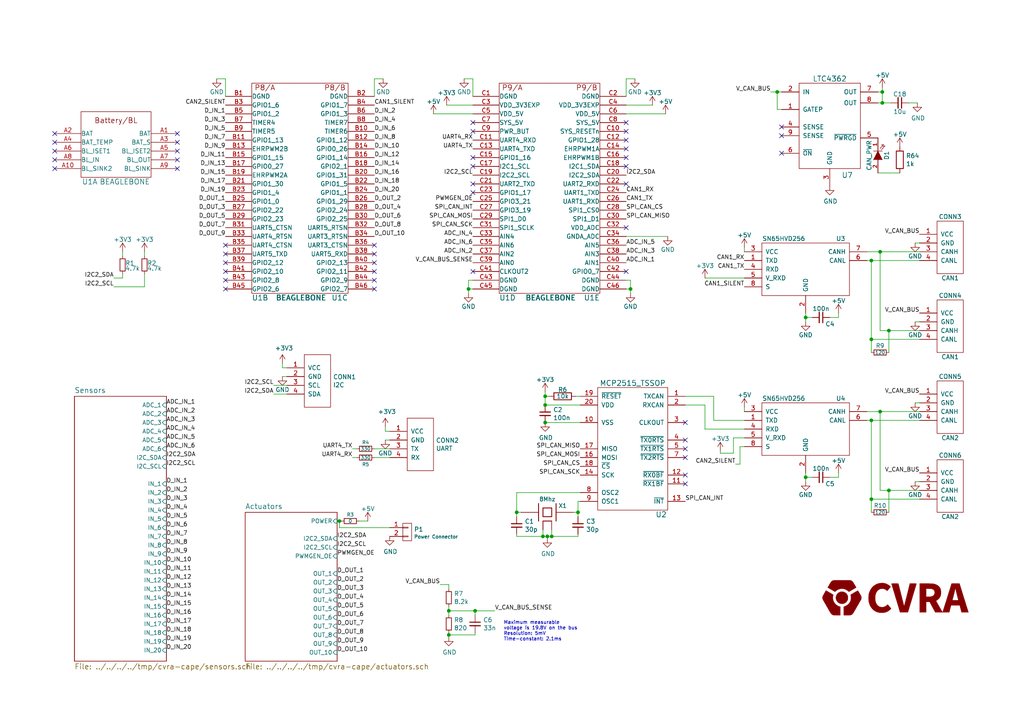
<source format=kicad_sch>
(kicad_sch (version 20230121) (generator eeschema)
  (paper "A4")
  (title_block (title "Goldorak cape") (date "2016-03-04") (rev "A") (company "Club Vaudois de Robotique Autonome (CVRA)") (comment 1 "Beaglebone cape for use on Goldorak"))
  (junction (at 255.27 119.38))
  (junction (at 135.89 83.82))
  (junction (at 257.81 95.885))
  (junction (at 130.175 184.15))
  (junction (at 130.175 177.165))
  (junction (at 255.27 73.025))
  (junction (at 158.115 122.555))
  (junction (at 149.86 148.59))
  (junction (at 158.115 117.475))
  (junction (at 233.68 92.075))
  (junction (at 157.48 155.575))
  (junction (at 158.75 155.575))
  (junction (at 252.73 144.78))
  (junction (at 137.795 177.165))
  (junction (at 160.02 155.575))
  (junction (at 225.425 26.67))
  (junction (at 167.64 148.59))
  (junction (at 252.73 98.425))
  (junction (at 252.73 75.565))
  (junction (at 182.88 83.82))
  (junction (at 233.68 138.43))
  (junction (at 257.81 142.24))
  (junction (at 255.905 26.67))
  (junction (at 98.425 151.13))
  (junction (at 255.905 29.845))
  (junction (at 252.73 121.92))
  (junction (at 158.115 114.935))
  (no_connect (at 108.585 71.12))
  (no_connect (at 65.405 76.2))
  (no_connect (at 226.695 36.83))
  (no_connect (at 51.435 48.895))
  (no_connect (at 226.695 39.37))
  (no_connect (at 181.61 45.72))
  (no_connect (at 65.405 71.12))
  (no_connect (at 15.875 48.895))
  (no_connect (at 198.755 127.635))
  (no_connect (at 51.435 46.355))
  (no_connect (at 65.405 81.28))
  (no_connect (at 181.61 78.74))
  (no_connect (at 181.61 38.1))
  (no_connect (at 181.61 43.18))
  (no_connect (at 137.16 48.26))
  (no_connect (at 108.585 76.2))
  (no_connect (at 137.16 45.72))
  (no_connect (at 198.755 137.795))
  (no_connect (at 51.435 41.275))
  (no_connect (at 181.61 48.26))
  (no_connect (at 15.875 38.735))
  (no_connect (at 15.875 43.815))
  (no_connect (at 198.755 122.555))
  (no_connect (at 65.405 83.82))
  (no_connect (at 108.585 83.82))
  (no_connect (at 181.61 40.64))
  (no_connect (at 51.435 43.815))
  (no_connect (at 65.405 78.74))
  (no_connect (at 15.875 46.355))
  (no_connect (at 108.585 73.66))
  (no_connect (at 181.61 66.04))
  (no_connect (at 181.61 35.56))
  (no_connect (at 51.435 38.735))
  (no_connect (at 137.16 38.1))
  (no_connect (at 226.695 44.45))
  (no_connect (at 198.755 132.715))
  (no_connect (at 15.875 41.275))
  (no_connect (at 65.405 73.66))
  (no_connect (at 198.755 130.175))
  (no_connect (at 181.61 53.34))
  (no_connect (at 137.16 35.56))
  (no_connect (at 108.585 78.74))
  (no_connect (at 137.16 55.88))
  (no_connect (at 137.16 53.34))
  (no_connect (at 137.16 78.74))
  (no_connect (at 198.755 140.335))
  (no_connect (at 108.585 81.28))
  (wire (pts (xy 149.86 148.59) (xy 149.86 149.86)))
  (wire (pts (xy 255.27 142.24) (xy 257.81 142.24)))
  (wire (pts (xy 158.115 113.665) (xy 158.115 114.935)))
  (wire (pts (xy 243.205 138.43) (xy 243.205 137.16)))
  (wire (pts (xy 125.73 33.02) (xy 137.16 33.02)))
  (wire (pts (xy 167.64 145.415) (xy 167.64 148.59)))
  (wire (pts (xy 212.725 131.445) (xy 208.915 131.445)))
  (wire (pts (xy 149.86 148.59) (xy 151.13 148.59)))
  (wire (pts (xy 149.86 142.875) (xy 149.86 148.59)))
  (wire (pts (xy 130.175 184.15) (xy 130.175 184.785)))
  (wire (pts (xy 207.01 121.92) (xy 207.01 114.935)))
  (wire (pts (xy 158.115 117.475) (xy 168.275 117.475)))
  (wire (pts (xy 252.73 98.425) (xy 252.73 102.235)))
  (wire (pts (xy 97.79 151.13) (xy 98.425 151.13)))
  (wire (pts (xy 102.235 132.715) (xy 103.505 132.715)))
  (wire (pts (xy 243.205 92.075) (xy 243.205 90.805)))
  (wire (pts (xy 204.47 124.46) (xy 215.9 124.46)))
  (wire (pts (xy 208.915 131.445) (xy 208.915 130.81)))
  (wire (pts (xy 157.48 153.67) (xy 157.48 155.575)))
  (wire (pts (xy 214.63 134.62) (xy 214.63 129.54)))
  (wire (pts (xy 181.61 22.86) (xy 181.61 27.94)))
  (wire (pts (xy 204.47 80.645) (xy 215.9 80.645)))
  (wire (pts (xy 81.915 109.22) (xy 83.185 109.22)))
  (wire (pts (xy 184.15 22.86) (xy 181.61 22.86)))
  (wire (pts (xy 240.665 138.43) (xy 243.205 138.43)))
  (wire (pts (xy 233.68 138.43) (xy 235.585 138.43)))
  (wire (pts (xy 223.52 26.67) (xy 225.425 26.67)))
  (wire (pts (xy 251.46 73.025) (xy 255.27 73.025)))
  (wire (pts (xy 255.27 119.38) (xy 266.7 119.38)))
  (wire (pts (xy 108.585 130.175) (xy 113.03 130.175)))
  (wire (pts (xy 215.9 118.11) (xy 215.9 119.38)))
  (wire (pts (xy 265.43 70.485) (xy 266.7 70.485)))
  (wire (pts (xy 108.585 22.86) (xy 111.125 22.86)))
  (wire (pts (xy 215.9 71.755) (xy 215.9 73.025)))
  (wire (pts (xy 158.75 155.575) (xy 158.75 156.21)))
  (wire (pts (xy 233.68 137.16) (xy 233.68 138.43)))
  (wire (pts (xy 35.56 79.375) (xy 35.56 80.645)))
  (wire (pts (xy 252.73 121.92) (xy 252.73 144.78)))
  (wire (pts (xy 251.46 119.38) (xy 255.27 119.38)))
  (wire (pts (xy 265.43 93.345) (xy 266.7 93.345)))
  (wire (pts (xy 254.635 29.845) (xy 255.905 29.845)))
  (wire (pts (xy 135.89 83.82) (xy 135.89 85.09)))
  (wire (pts (xy 35.56 80.645) (xy 33.02 80.645)))
  (wire (pts (xy 135.89 81.28) (xy 135.89 83.82)))
  (wire (pts (xy 130.175 175.895) (xy 130.175 177.165)))
  (wire (pts (xy 189.23 30.48) (xy 181.61 30.48)))
  (wire (pts (xy 252.73 75.565) (xy 266.7 75.565)))
  (wire (pts (xy 255.27 73.025) (xy 266.7 73.025)))
  (wire (pts (xy 251.46 121.92) (xy 252.73 121.92)))
  (wire (pts (xy 198.755 117.475) (xy 204.47 117.475)))
  (wire (pts (xy 255.905 25.4) (xy 255.905 26.67)))
  (wire (pts (xy 167.64 145.415) (xy 168.275 145.415)))
  (wire (pts (xy 265.43 116.84) (xy 266.7 116.84)))
  (wire (pts (xy 111.76 127.635) (xy 113.03 127.635)))
  (wire (pts (xy 252.73 144.78) (xy 266.7 144.78)))
  (wire (pts (xy 129.54 30.48) (xy 137.16 30.48)))
  (wire (pts (xy 255.27 142.24) (xy 255.27 119.38)))
  (wire (pts (xy 130.175 183.515) (xy 130.175 184.15)))
  (wire (pts (xy 35.56 73.025) (xy 35.56 74.295)))
  (wire (pts (xy 214.63 129.54) (xy 215.9 129.54)))
  (wire (pts (xy 65.405 27.94) (xy 65.405 22.86)))
  (wire (pts (xy 233.68 92.075) (xy 233.68 93.345)))
  (wire (pts (xy 257.81 95.885) (xy 266.7 95.885)))
  (wire (pts (xy 102.235 130.175) (xy 103.505 130.175)))
  (wire (pts (xy 158.75 155.575) (xy 160.02 155.575)))
  (wire (pts (xy 108.585 22.86) (xy 108.585 27.94)))
  (wire (pts (xy 111.76 123.825) (xy 111.76 125.095)))
  (wire (pts (xy 255.905 29.845) (xy 258.445 29.845)))
  (wire (pts (xy 167.64 155.575) (xy 167.64 154.94)))
  (wire (pts (xy 204.47 117.475) (xy 204.47 124.46)))
  (wire (pts (xy 158.115 114.935) (xy 158.115 117.475)))
  (wire (pts (xy 215.9 127) (xy 212.725 127)))
  (wire (pts (xy 81.915 105.41) (xy 81.915 106.68)))
  (wire (pts (xy 33.02 83.185) (xy 41.91 83.185)))
  (wire (pts (xy 98.425 153.035) (xy 113.03 153.035)))
  (wire (pts (xy 104.14 151.13) (xy 106.68 151.13)))
  (wire (pts (xy 98.425 151.13) (xy 98.425 153.035)))
  (wire (pts (xy 251.46 75.565) (xy 252.73 75.565)))
  (wire (pts (xy 255.27 95.885) (xy 257.81 95.885)))
  (wire (pts (xy 252.73 121.92) (xy 266.7 121.92)))
  (wire (pts (xy 130.175 177.165) (xy 137.795 177.165)))
  (wire (pts (xy 255.905 26.67) (xy 255.905 29.845)))
  (wire (pts (xy 79.375 114.3) (xy 83.185 114.3)))
  (wire (pts (xy 181.61 81.28) (xy 182.88 81.28)))
  (wire (pts (xy 193.675 68.58) (xy 181.61 68.58)))
  (wire (pts (xy 149.86 155.575) (xy 157.48 155.575)))
  (wire (pts (xy 240.665 92.075) (xy 243.205 92.075)))
  (wire (pts (xy 98.425 151.13) (xy 99.06 151.13)))
  (wire (pts (xy 257.81 142.24) (xy 257.81 148.59)))
  (wire (pts (xy 166.37 148.59) (xy 167.64 148.59)))
  (wire (pts (xy 65.405 22.86) (xy 62.865 22.86)))
  (wire (pts (xy 255.905 26.67) (xy 254.635 26.67)))
  (wire (pts (xy 157.48 155.575) (xy 158.75 155.575)))
  (wire (pts (xy 130.175 169.545) (xy 130.175 170.815)))
  (wire (pts (xy 137.795 183.515) (xy 137.795 184.15)))
  (wire (pts (xy 167.005 114.935) (xy 168.275 114.935)))
  (wire (pts (xy 225.425 31.75) (xy 225.425 26.67)))
  (wire (pts (xy 213.36 134.62) (xy 214.63 134.62)))
  (wire (pts (xy 167.64 148.59) (xy 167.64 149.86)))
  (wire (pts (xy 137.16 83.82) (xy 135.89 83.82)))
  (wire (pts (xy 158.115 114.935) (xy 159.385 114.935)))
  (wire (pts (xy 137.795 177.165) (xy 143.51 177.165)))
  (wire (pts (xy 181.61 33.02) (xy 193.04 33.02)))
  (wire (pts (xy 257.81 142.24) (xy 266.7 142.24)))
  (wire (pts (xy 108.585 132.715) (xy 113.03 132.715)))
  (wire (pts (xy 233.68 90.805) (xy 233.68 92.075)))
  (wire (pts (xy 212.725 127) (xy 212.725 131.445)))
  (wire (pts (xy 41.91 83.185) (xy 41.91 79.375)))
  (wire (pts (xy 135.89 81.28) (xy 137.16 81.28)))
  (wire (pts (xy 41.91 73.025) (xy 41.91 74.295)))
  (wire (pts (xy 233.68 92.075) (xy 235.585 92.075)))
  (wire (pts (xy 137.795 184.15) (xy 130.175 184.15)))
  (wire (pts (xy 182.88 83.82) (xy 181.61 83.82)))
  (wire (pts (xy 257.81 95.885) (xy 257.81 102.235)))
  (wire (pts (xy 79.375 111.76) (xy 83.185 111.76)))
  (wire (pts (xy 254.635 50.165) (xy 260.985 50.165)))
  (wire (pts (xy 182.88 81.28) (xy 182.88 83.82)))
  (wire (pts (xy 130.175 177.165) (xy 130.175 178.435)))
  (wire (pts (xy 168.275 142.875) (xy 149.86 142.875)))
  (wire (pts (xy 252.73 98.425) (xy 266.7 98.425)))
  (wire (pts (xy 255.27 95.885) (xy 255.27 73.025)))
  (wire (pts (xy 127.635 169.545) (xy 130.175 169.545)))
  (wire (pts (xy 149.86 155.575) (xy 149.86 154.94)))
  (wire (pts (xy 81.915 106.68) (xy 83.185 106.68)))
  (wire (pts (xy 207.01 114.935) (xy 198.755 114.935)))
  (wire (pts (xy 158.115 122.555) (xy 168.275 122.555)))
  (wire (pts (xy 215.9 121.92) (xy 207.01 121.92)))
  (wire (pts (xy 226.695 31.75) (xy 225.425 31.75)))
  (wire (pts (xy 252.73 75.565) (xy 252.73 98.425)))
  (wire (pts (xy 137.795 178.435) (xy 137.795 177.165)))
  (wire (pts (xy 137.16 22.86) (xy 137.16 27.94)))
  (wire (pts (xy 233.68 138.43) (xy 233.68 139.7)))
  (wire (pts (xy 160.02 155.575) (xy 167.64 155.575)))
  (wire (pts (xy 265.43 139.7) (xy 266.7 139.7)))
  (wire (pts (xy 111.76 125.095) (xy 113.03 125.095)))
  (wire (pts (xy 263.525 29.845) (xy 266.065 29.845)))
  (wire (pts (xy 252.73 144.78) (xy 252.73 148.59)))
  (wire (pts (xy 182.88 83.82) (xy 182.88 85.09)))
  (wire (pts (xy 134.62 22.86) (xy 137.16 22.86)))
  (wire (pts (xy 225.425 26.67) (xy 226.695 26.67)))
  (wire (pts (xy 160.02 155.575) (xy 160.02 153.67)))
  (text "Maximum measurable \nvoltage is 19.8V on the bus\nResolution: 5mV\nTime-constant: 2.1ms" (at 146.05 186.055 0) (effects (font (size 0.9906 0.9906)) (justify left bottom)))
  (label "I2C2_SCL" (at 97.79 158.75 0) (effects (font (size 1.1938 1.1938))))
  (label "D_IN_15" (at 48.26 175.895 0) (effects (font (size 1.1938 1.1938))))
  (label "V_CAN_BUS" (at 223.52 26.67 180) (effects (font (size 1.1938 1.1938))))
  (label "UART4_RX" (at 137.16 40.64 180) (effects (font (size 1.1938 1.1938))))
  (label "D_IN_20" (at 48.26 188.595 0) (effects (font (size 1.1938 1.1938))))
  (label "D_OUT_3" (at 65.405 60.96 180) (effects (font (size 1.1938 1.1938))))
  (label "D_IN_6" (at 48.26 153.035 0) (effects (font (size 1.1938 1.1938))))
  (label "SPI_CAN_CS" (at 168.275 135.255 180) (effects (font (size 1.1938 1.1938))))
  (label "D_IN_5" (at 65.405 38.1 180) (effects (font (size 1.1938 1.1938))))
  (label "SPI_CAN_SCK" (at 168.275 137.795 180) (effects (font (size 1.1938 1.1938))))
  (label "D_OUT_4" (at 97.79 173.99 0) (effects (font (size 1.1938 1.1938))))
  (label "CAN2_SILENT" (at 213.36 134.62 180) (effects (font (size 1.1938 1.1938))))
  (label "ADC_IN_5" (at 48.26 127.635 0) (effects (font (size 1.1938 1.1938))))
  (label "PWMGEN_OE" (at 137.16 58.42 180) (effects (font (size 1.1938 1.1938))))
  (label "ADC_IN_3" (at 48.26 122.555 0) (effects (font (size 1.1938 1.1938))))
  (label "CAN1_SILENT" (at 215.9 83.185 180) (effects (font (size 1.1938 1.1938))))
  (label "I2C2_SDA" (at 181.61 50.8 0) (effects (font (size 1.1938 1.1938))))
  (label "I2C2_SCL" (at 137.16 50.8 180) (effects (font (size 1.1938 1.1938))))
  (label "UART4_TX" (at 102.235 130.175 180) (effects (font (size 1.1938 1.1938))))
  (label "CAN2_SILENT" (at 65.405 30.48 180) (effects (font (size 1.1938 1.1938))))
  (label "I2C2_SDA" (at 33.02 80.645 180) (effects (font (size 1.1938 1.1938))))
  (label "CAN1_TX" (at 181.61 58.42 0) (effects (font (size 1.1938 1.1938))))
  (label "D_IN_17" (at 65.405 53.34 180) (effects (font (size 1.1938 1.1938))))
  (label "V_CAN_BUS_SENSE" (at 137.16 76.2 180) (effects (font (size 1.1938 1.1938))))
  (label "D_IN_18" (at 48.26 183.515 0) (effects (font (size 1.1938 1.1938))))
  (label "D_IN_2" (at 48.26 142.875 0) (effects (font (size 1.1938 1.1938))))
  (label "D_IN_16" (at 48.26 178.435 0) (effects (font (size 1.1938 1.1938))))
  (label "D_OUT_2" (at 108.585 58.42 0) (effects (font (size 1.1938 1.1938))))
  (label "D_IN_16" (at 108.585 50.8 0) (effects (font (size 1.1938 1.1938))))
  (label "D_OUT_6" (at 97.79 179.07 0) (effects (font (size 1.1938 1.1938))))
  (label "D_IN_11" (at 65.405 45.72 180) (effects (font (size 1.1938 1.1938))))
  (label "V_CAN_BUS" (at 266.7 90.805 180) (effects (font (size 1.1938 1.1938))))
  (label "D_IN_14" (at 108.585 48.26 0) (effects (font (size 1.1938 1.1938))))
  (label "D_IN_10" (at 108.585 43.18 0) (effects (font (size 1.1938 1.1938))))
  (label "D_IN_9" (at 65.405 43.18 180) (effects (font (size 1.1938 1.1938))))
  (label "V_CAN_BUS" (at 266.7 114.3 180) (effects (font (size 1.1938 1.1938))))
  (label "CAN1_SILENT" (at 108.585 30.48 0) (effects (font (size 1.1938 1.1938))))
  (label "UART4_TX" (at 137.16 43.18 180) (effects (font (size 1.1938 1.1938))))
  (label "ADC_IN_4" (at 137.16 68.58 180) (effects (font (size 1.1938 1.1938))))
  (label "I2C2_SDA" (at 48.26 132.715 0) (effects (font (size 1.1938 1.1938))))
  (label "I2C2_SDA" (at 79.375 114.3 180) (effects (font (size 1.1938 1.1938))))
  (label "V_CAN_BUS" (at 127.635 169.545 180) (effects (font (size 1.1938 1.1938))))
  (label "D_IN_7" (at 48.26 155.575 0) (effects (font (size 1.1938 1.1938))))
  (label "ADC_IN_6" (at 137.16 71.12 180) (effects (font (size 1.1938 1.1938))))
  (label "D_IN_7" (at 65.405 40.64 180) (effects (font (size 1.1938 1.1938))))
  (label "D_OUT_10" (at 97.79 189.23 0) (effects (font (size 1.1938 1.1938))))
  (label "D_IN_14" (at 48.26 173.355 0) (effects (font (size 1.1938 1.1938))))
  (label "D_OUT_6" (at 108.585 63.5 0) (effects (font (size 1.1938 1.1938))))
  (label "D_IN_15" (at 65.405 50.8 180) (effects (font (size 1.1938 1.1938))))
  (label "D_IN_8" (at 48.26 158.115 0) (effects (font (size 1.1938 1.1938))))
  (label "D_IN_1" (at 65.405 33.02 180) (effects (font (size 1.1938 1.1938))))
  (label "D_OUT_10" (at 108.585 68.58 0) (effects (font (size 1.1938 1.1938))))
  (label "ADC_IN_2" (at 137.16 73.66 180) (effects (font (size 1.1938 1.1938))))
  (label "D_IN_19" (at 65.405 55.88 180) (effects (font (size 1.1938 1.1938))))
  (label "I2C2_SCL" (at 79.375 111.76 180) (effects (font (size 1.1938 1.1938))))
  (label "D_OUT_8" (at 108.585 66.04 0) (effects (font (size 1.1938 1.1938))))
  (label "UART4_RX" (at 102.235 132.715 180) (effects (font (size 1.1938 1.1938))))
  (label "D_OUT_5" (at 65.405 63.5 180) (effects (font (size 1.1938 1.1938))))
  (label "D_IN_19" (at 48.26 186.055 0) (effects (font (size 1.1938 1.1938))))
  (label "CAN1_RX" (at 181.61 55.88 0) (effects (font (size 1.1938 1.1938))))
  (label "D_OUT_5" (at 97.79 176.53 0) (effects (font (size 1.1938 1.1938))))
  (label "D_OUT_9" (at 97.79 186.69 0) (effects (font (size 1.1938 1.1938))))
  (label "D_IN_20" (at 108.585 55.88 0) (effects (font (size 1.1938 1.1938))))
  (label "D_IN_11" (at 48.26 165.735 0) (effects (font (size 1.1938 1.1938))))
  (label "D_IN_8" (at 108.585 40.64 0) (effects (font (size 1.1938 1.1938))))
  (label "D_OUT_2" (at 97.79 168.91 0) (effects (font (size 1.1938 1.1938))))
  (label "D_IN_2" (at 108.585 33.02 0) (effects (font (size 1.1938 1.1938))))
  (label "D_OUT_1" (at 97.79 166.37 0) (effects (font (size 1.1938 1.1938))))
  (label "SPI_CAN_MISO" (at 168.275 130.175 180) (effects (font (size 1.1938 1.1938))))
  (label "D_OUT_7" (at 97.79 181.61 0) (effects (font (size 1.1938 1.1938))))
  (label "D_OUT_3" (at 97.79 171.45 0) (effects (font (size 1.1938 1.1938))))
  (label "D_IN_3" (at 48.26 145.415 0) (effects (font (size 1.1938 1.1938))))
  (label "D_IN_9" (at 48.26 160.655 0) (effects (font (size 1.1938 1.1938))))
  (label "CAN1_RX" (at 215.9 75.565 180) (effects (font (size 1.1938 1.1938))))
  (label "ADC_IN_6" (at 48.26 130.175 0) (effects (font (size 1.1938 1.1938))))
  (label "D_IN_4" (at 48.26 147.955 0) (effects (font (size 1.1938 1.1938))))
  (label "D_IN_5" (at 48.26 150.495 0) (effects (font (size 1.1938 1.1938))))
  (label "I2C2_SCL" (at 33.02 83.185 180) (effects (font (size 1.1938 1.1938))))
  (label "ADC_IN_1" (at 181.61 76.2 0) (effects (font (size 1.1938 1.1938))))
  (label "I2C2_SDA" (at 97.79 156.21 0) (effects (font (size 1.1938 1.1938))))
  (label "ADC_IN_3" (at 181.61 73.66 0) (effects (font (size 1.1938 1.1938))))
  (label "PWMGEN_OE" (at 97.79 161.29 0) (effects (font (size 1.1938 1.1938))))
  (label "D_IN_17" (at 48.26 180.975 0) (effects (font (size 1.1938 1.1938))))
  (label "ADC_IN_5" (at 181.61 71.12 0) (effects (font (size 1.1938 1.1938))))
  (label "V_CAN_BUS_SENSE" (at 143.51 177.165 0) (effects (font (size 1.1938 1.1938))))
  (label "SPI_CAN_MISO" (at 181.61 63.5 0) (effects (font (size 1.1938 1.1938))))
  (label "ADC_IN_4" (at 48.26 125.095 0) (effects (font (size 1.1938 1.1938))))
  (label "I2C2_SCL" (at 48.26 135.255 0) (effects (font (size 1.1938 1.1938))))
  (label "CAN1_TX" (at 215.9 78.105 180) (effects (font (size 1.1938 1.1938))))
  (label "D_OUT_9" (at 65.405 68.58 180) (effects (font (size 1.1938 1.1938))))
  (label "D_OUT_7" (at 65.405 66.04 180) (effects (font (size 1.1938 1.1938))))
  (label "SPI_CAN_INT" (at 137.16 60.96 180) (effects (font (size 1.1938 1.1938))))
  (label "SPI_CAN_CS" (at 181.61 60.96 0) (effects (font (size 1.1938 1.1938))))
  (label "D_IN_3" (at 65.405 35.56 180) (effects (font (size 1.1938 1.1938))))
  (label "D_IN_18" (at 108.585 53.34 0) (effects (font (size 1.1938 1.1938))))
  (label "D_IN_10" (at 48.26 163.195 0) (effects (font (size 1.1938 1.1938))))
  (label "SPI_CAN_MOSI" (at 137.16 63.5 180) (effects (font (size 1.1938 1.1938))))
  (label "D_OUT_8" (at 97.79 184.15 0) (effects (font (size 1.1938 1.1938))))
  (label "SPI_CAN_MOSI" (at 168.275 132.715 180) (effects (font (size 1.1938 1.1938))))
  (label "D_IN_4" (at 108.585 35.56 0) (effects (font (size 1.1938 1.1938))))
  (label "D_IN_12" (at 48.26 168.275 0) (effects (font (size 1.1938 1.1938))))
  (label "V_CAN_BUS" (at 266.7 67.945 180) (effects (font (size 1.1938 1.1938))))
  (label "D_OUT_1" (at 65.405 58.42 180) (effects (font (size 1.1938 1.1938))))
  (label "D_IN_13" (at 48.26 170.815 0) (effects (font (size 1.1938 1.1938))))
  (label "D_IN_1" (at 48.26 140.335 0) (effects (font (size 1.1938 1.1938))))
  (label "V_CAN_BUS" (at 266.7 137.16 180) (effects (font (size 1.1938 1.1938))))
  (label "D_IN_12" (at 108.585 45.72 0) (effects (font (size 1.1938 1.1938))))
  (label "D_IN_13" (at 65.405 48.26 180) (effects (font (size 1.1938 1.1938))))
  (label "SPI_CAN_SCK" (at 137.16 66.04 180) (effects (font (size 1.1938 1.1938))))
  (label "ADC_IN_1" (at 48.26 117.475 0) (effects (font (size 1.1938 1.1938))))
  (label "D_IN_6" (at 108.585 38.1 0) (effects (font (size 1.1938 1.1938))))
  (label "ADC_IN_2" (at 48.26 120.015 0) (effects (font (size 1.1938 1.1938))))
  (label "SPI_CAN_INT" (at 198.755 145.415 0) (effects (font (size 1.1938 1.1938))))
  (label "D_OUT_4" (at 108.585 60.96 0) (effects (font (size 1.1938 1.1938))))
  (symbol (lib_id "cvra-cape-rescue:BEAGLEBONE") (at 24.765 51.435 0) (unit 1)
    (property "Reference" "U1" (at 26.035 52.705 0) (effects (font (size 1.524 1.524))))
    (property "Value" "BEAGLEBONE" (at 36.195 52.705 0) (effects (font (size 1.524 1.524))))
    (property "Footprint" "_beaglebone:BEAGLEBONE" (effects hide))
  )
  (symbol (lib_id "cvra-cape-rescue:GND") (at 111.125 22.86 0) (unit 1)
    (property "Reference" "#PWR01" (effects hide))
    (property "Value" "GND" (at 111.125 26.67 0))
  )
  (symbol (lib_id "cvra-cape-rescue:GND") (at 62.865 22.86 0) (unit 1)
    (property "Reference" "#PWR02" (effects hide))
    (property "Value" "GND" (at 62.865 26.67 0))
  )
  (symbol (lib_id "cvra-cape-rescue:GND") (at 134.62 22.86 0) (unit 1)
    (property "Reference" "#PWR03" (effects hide))
    (property "Value" "GND" (at 134.62 26.67 0))
  )
  (symbol (lib_id "cvra-cape-rescue:GND") (at 184.15 22.86 0) (unit 1)
    (property "Reference" "#PWR04" (effects hide))
    (property "Value" "GND" (at 184.15 26.67 0))
  )
  (symbol (lib_id "cvra-cape-rescue:GND") (at 182.88 85.09 0) (unit 1)
    (property "Reference" "#PWR05" (effects hide))
    (property "Value" "GND" (at 182.88 88.9 0))
  )
  (symbol (lib_id "cvra-cape-rescue:GND") (at 135.89 85.09 0) (unit 1)
    (property "Reference" "#PWR06" (effects hide))
    (property "Value" "GND" (at 135.89 88.9 0))
  )
  (symbol (lib_id "cvra-cape-rescue:SN65HVD256") (at 233.68 78.105 0) (unit 1)
    (property "Reference" "U3" (at 243.84 69.215 0))
    (property "Value" "SN65HVD256" (at 227.33 69.215 0))
    (property "Footprint" "_std:_SO-8" (effects hide))
    (property "Datasheet" "CAN Transceiver" (effects hide))
  )
  (symbol (lib_id "cvra-cape-rescue:GND") (at 233.68 93.345 0) (unit 1)
    (property "Reference" "#PWR07" (effects hide))
    (property "Value" "GND" (at 233.68 97.155 0))
  )
  (symbol (lib_id "cvra-cape-rescue:+5V") (at 243.205 90.805 0) (unit 1)
    (property "Reference" "#PWR08" (effects hide))
    (property "Value" "+5V" (at 243.205 87.249 0))
  )
  (symbol (lib_id "cvra-cape-rescue:CAN") (at 275.59 71.755 0) (unit 1)
    (property "Reference" "CONN3" (at 275.59 62.865 0))
    (property "Value" "CAN1" (at 275.59 80.645 0))
    (property "Footprint" "_connectors:_Molex-PicoBlade-SMD-4" (effects hide))
    (property "Datasheet" "DOCUMENTATION" (effects hide))
  )
  (symbol (lib_id "cvra-cape-rescue:CAN") (at 275.59 94.615 0) (unit 1)
    (property "Reference" "CONN4" (at 275.59 85.725 0))
    (property "Value" "CAN1" (at 275.59 103.505 0))
    (property "Footprint" "_connectors:_Molex-PicoBlade-SMD-4" (effects hide))
    (property "Datasheet" "DOCUMENTATION" (effects hide))
  )
  (symbol (lib_id "cvra-cape-rescue:GND") (at 265.43 70.485 0) (unit 1)
    (property "Reference" "#PWR09" (effects hide))
    (property "Value" "GND" (at 265.43 74.295 0))
  )
  (symbol (lib_id "cvra-cape-rescue:GND") (at 265.43 93.345 0) (unit 1)
    (property "Reference" "#PWR010" (effects hide))
    (property "Value" "GND" (at 265.43 97.155 0))
  )
  (symbol (lib_id "cvra-cape-rescue:+3V3") (at 204.47 80.645 0) (unit 1)
    (property "Reference" "#PWR011" (effects hide))
    (property "Value" "+3V3" (at 204.47 77.089 0))
  )
  (symbol (lib_id "cvra-cape-rescue:+3V3") (at 189.23 30.48 0) (unit 1)
    (property "Reference" "#PWR012" (effects hide))
    (property "Value" "+3V3" (at 189.23 26.924 0))
  )
  (symbol (lib_id "cvra-cape-rescue:+3V3") (at 129.54 30.48 0) (unit 1)
    (property "Reference" "#PWR013" (effects hide))
    (property "Value" "+3V3" (at 129.54 26.924 0))
  )
  (symbol (lib_id "cvra-cape-rescue:R_Small") (at 255.27 102.235 270) (unit 1)
    (property "Reference" "R9" (at 255.27 100.965 90) (effects (font (size 1.1938 1.1938)) (justify bottom)))
    (property "Value" "120" (at 255.27 102.235 90) (effects (font (size 0.9906 0.9906))))
    (property "Footprint" "_std:_0603" (effects hide))
  )
  (symbol (lib_id "cvra-cape-rescue:+5V") (at 255.905 25.4 0) (unit 1)
    (property "Reference" "#PWR014" (effects hide))
    (property "Value" "+5V" (at 255.905 21.844 0))
  )
  (symbol (lib_id "cvra-cape-rescue:+5V") (at 215.9 71.755 0) (unit 1)
    (property "Reference" "#PWR015" (effects hide))
    (property "Value" "+5V" (at 215.9 68.199 0))
  )
  (symbol (lib_id "cvra-cape-rescue:C_Small") (at 238.125 92.075 270) (unit 1)
    (property "Reference" "C4" (at 239.395 93.98 90) (effects (justify left)))
    (property "Value" "100n" (at 238.125 89.535 90))
    (property "Footprint" "_std:_0603" (effects hide))
  )
  (symbol (lib_id "cvra-cape-rescue:R_Small") (at 35.56 76.835 0) (unit 1)
    (property "Reference" "R1" (at 36.322 76.327 0) (effects (justify left)))
    (property "Value" "4.7k" (at 36.322 77.851 0) (effects (justify left)))
    (property "Footprint" "_std:_0603" (effects hide))
  )
  (symbol (lib_id "cvra-cape-rescue:R_Small") (at 41.91 76.835 0) (unit 1)
    (property "Reference" "R2" (at 42.672 76.327 0) (effects (justify left)))
    (property "Value" "4.7k" (at 42.672 77.851 0) (effects (justify left)))
    (property "Footprint" "_std:_0603" (effects hide))
  )
  (symbol (lib_id "cvra-cape-rescue:+3V3") (at 35.56 73.025 0) (unit 1)
    (property "Reference" "#PWR016" (effects hide))
    (property "Value" "+3V3" (at 35.56 69.469 0))
  )
  (symbol (lib_id "cvra-cape-rescue:+3V3") (at 41.91 73.025 0) (unit 1)
    (property "Reference" "#PWR017" (effects hide))
    (property "Value" "+3V3" (at 41.91 69.469 0))
  )
  (symbol (lib_id "cvra-cape-rescue:R_Small") (at 130.175 173.355 0) (unit 1)
    (property "Reference" "R7" (at 131.6736 172.1866 0) (effects (justify left)))
    (property "Value" "8.2k" (at 131.6736 174.5234 0) (effects (justify left)))
    (property "Footprint" "_std:_0603" (effects hide))
  )
  (symbol (lib_id "cvra-cape-rescue:R_Small") (at 130.175 180.975 0) (unit 1)
    (property "Reference" "R8" (at 131.6736 179.8066 0) (effects (justify left)))
    (property "Value" "820" (at 131.6736 182.1434 0) (effects (justify left)))
    (property "Footprint" "_std:_0603" (effects hide))
  )
  (symbol (lib_id "cvra-cape-rescue:GND") (at 130.175 184.785 0) (unit 1)
    (property "Reference" "#PWR018" (effects hide))
    (property "Value" "GND" (at 130.3782 189.2046 0))
  )
  (symbol (lib_id "cvra-cape-rescue:+5V") (at 125.73 33.02 0) (unit 1)
    (property "Reference" "#PWR019" (effects hide))
    (property "Value" "+5V" (at 125.73 29.464 0))
  )
  (symbol (lib_id "cvra-cape-rescue:+5V") (at 193.04 33.02 0) (unit 1)
    (property "Reference" "#PWR020" (effects hide))
    (property "Value" "+5V" (at 193.04 29.464 0))
  )
  (symbol (lib_id "cvra-cape-rescue:SN65HVD256") (at 233.68 124.46 0) (unit 1)
    (property "Reference" "U4" (at 243.84 115.57 0))
    (property "Value" "SN65HVD256" (at 227.33 115.57 0))
    (property "Footprint" "_std:_SO-8" (effects hide))
    (property "Datasheet" "CAN Transceiver" (effects hide))
  )
  (symbol (lib_id "cvra-cape-rescue:CAN") (at 275.59 118.11 0) (unit 1)
    (property "Reference" "CONN5" (at 275.59 109.22 0))
    (property "Value" "CAN2" (at 275.59 127 0))
    (property "Footprint" "_connectors:_Molex-PicoBlade-SMD-4" (effects hide))
    (property "Datasheet" "DOCUMENTATION" (effects hide))
  )
  (symbol (lib_id "cvra-cape-rescue:CAN") (at 275.59 140.97 0) (unit 1)
    (property "Reference" "CONN6" (at 275.59 132.08 0))
    (property "Value" "CAN2" (at 275.59 149.86 0))
    (property "Footprint" "_connectors:_Molex-PicoBlade-SMD-4" (effects hide))
    (property "Datasheet" "DOCUMENTATION" (effects hide))
  )
  (symbol (lib_id "cvra-cape-rescue:GND") (at 265.43 116.84 0) (unit 1)
    (property "Reference" "#PWR021" (effects hide))
    (property "Value" "GND" (at 265.43 120.65 0))
  )
  (symbol (lib_id "cvra-cape-rescue:GND") (at 265.43 139.7 0) (unit 1)
    (property "Reference" "#PWR022" (effects hide))
    (property "Value" "GND" (at 265.43 143.51 0))
  )
  (symbol (lib_id "cvra-cape-rescue:+3V3") (at 208.915 130.81 0) (unit 1)
    (property "Reference" "#PWR023" (effects hide))
    (property "Value" "+3V3" (at 208.915 127.254 0))
  )
  (symbol (lib_id "cvra-cape-rescue:R_Small") (at 255.27 148.59 270) (unit 1)
    (property "Reference" "R10" (at 255.27 147.32 90) (effects (font (size 1.1938 1.1938)) (justify bottom)))
    (property "Value" "120" (at 255.27 148.59 90) (effects (font (size 0.9906 0.9906))))
    (property "Footprint" "_std:_0603" (effects hide))
  )
  (symbol (lib_id "cvra-cape-rescue:+5V") (at 215.9 118.11 0) (unit 1)
    (property "Reference" "#PWR024" (effects hide))
    (property "Value" "+5V" (at 215.9 114.554 0))
  )
  (symbol (lib_id "cvra-cape-rescue:XTAL-SMD-4-PADS") (at 158.75 148.59 0) (unit 1)
    (property "Reference" "X1" (at 163.195 146.685 0) (effects (font (size 1.1938 1.1938))))
    (property "Value" "8Mhz" (at 158.75 144.78 0) (effects (font (size 1.1938 1.1938))))
    (property "Footprint" "_div:XTAL_ABMM2" (effects hide))
  )
  (symbol (lib_id "cvra-cape-rescue:C_Small") (at 167.64 152.4 0) (unit 1)
    (property "Reference" "C3" (at 169.9768 151.2316 0) (effects (justify left)))
    (property "Value" "30p" (at 169.9768 153.5684 0) (effects (justify left)))
    (property "Footprint" "_std:_0603" (effects hide))
  )
  (symbol (lib_id "cvra-cape-rescue:C_Small") (at 149.86 152.4 0) (unit 1)
    (property "Reference" "C1" (at 152.1968 151.2316 0) (effects (justify left)))
    (property "Value" "30p" (at 152.1968 153.5684 0) (effects (justify left)))
    (property "Footprint" "_std:_0603" (effects hide))
  )
  (symbol (lib_id "cvra-cape-rescue:GND") (at 158.75 156.21 0) (unit 1)
    (property "Reference" "#PWR025" (effects hide))
    (property "Value" "GND" (at 158.9532 160.6296 0))
  )
  (symbol (lib_id "cvra-cape-rescue:+3V3") (at 158.115 113.665 0) (unit 1)
    (property "Reference" "#PWR026" (effects hide))
    (property "Value" "+3V3" (at 158.115 110.109 0))
  )
  (symbol (lib_id "cvra-cape-rescue:R") (at 163.195 114.935 270) (unit 1)
    (property "Reference" "R6" (at 163.195 113.03 90))
    (property "Value" "10k" (at 163.195 114.935 90))
    (property "Footprint" "_std:_0603" (effects hide))
  )
  (symbol (lib_id "cvra-cape-rescue:C_Small") (at 158.115 120.015 0) (unit 1)
    (property "Reference" "C2" (at 160.4518 118.8466 0) (effects (justify left)))
    (property "Value" "100n" (at 160.4518 121.1834 0) (effects (justify left)))
    (property "Footprint" "_std:_0603" (effects hide))
  )
  (symbol (lib_id "cvra-cape-rescue:GND") (at 158.115 122.555 0) (unit 1)
    (property "Reference" "#PWR027" (effects hide))
    (property "Value" "GND" (at 158.3182 126.9746 0))
  )
  (symbol (lib_id "cvra-cape-rescue:GND") (at 233.68 139.7 0) (unit 1)
    (property "Reference" "#PWR028" (effects hide))
    (property "Value" "GND" (at 233.68 143.51 0))
  )
  (symbol (lib_id "cvra-cape-rescue:+5V") (at 243.205 137.16 0) (unit 1)
    (property "Reference" "#PWR029" (effects hide))
    (property "Value" "+5V" (at 243.205 133.604 0))
  )
  (symbol (lib_id "cvra-cape-rescue:C_Small") (at 238.125 138.43 270) (unit 1)
    (property "Reference" "C5" (at 239.395 140.335 90) (effects (justify left)))
    (property "Value" "100n" (at 238.125 135.89 90))
    (property "Footprint" "_std:_0603" (effects hide))
  )
  (symbol (lib_id "cvra-cape-rescue:GND") (at 193.675 68.58 0) (unit 1)
    (property "Reference" "#PWR030" (effects hide))
    (property "Value" "GND" (at 193.675 72.39 0))
  )
  (symbol (lib_id "cvra-cape-rescue:+5V") (at 106.68 151.13 0) (unit 1)
    (property "Reference" "#PWR031" (effects hide))
    (property "Value" "+5V" (at 106.68 147.574 0))
  )
  (symbol (lib_id "cvra-cape-rescue:I2C") (at 92.075 110.49 0) (unit 1)
    (property "Reference" "CONN1" (at 96.5962 109.3216 0) (effects (justify left)))
    (property "Value" "I2C" (at 96.5962 111.6584 0) (effects (justify left)))
    (property "Footprint" "_connectors:_Molex-PicoBlade-SMD-4" (effects hide))
    (property "Datasheet" "DOCUMENTATION" (effects hide))
  )
  (symbol (lib_id "cvra-cape-rescue:GND") (at 81.915 109.22 0) (unit 1)
    (property "Reference" "#PWR032" (effects hide))
    (property "Value" "GND" (at 81.915 113.03 0))
  )
  (symbol (lib_id "cvra-cape-rescue:+3V3") (at 81.915 105.41 0) (unit 1)
    (property "Reference" "#PWR033" (effects hide))
    (property "Value" "+3V3" (at 82.3722 100.9904 0))
  )
  (symbol (lib_id "cvra-cape-rescue:UART") (at 121.92 128.905 0) (unit 1)
    (property "Reference" "CONN2" (at 126.4412 127.7366 0) (effects (justify left)))
    (property "Value" "UART" (at 126.4412 130.0734 0) (effects (justify left)))
    (property "Footprint" "_connectors:_Molex-PicoBlade-SMD-4" (effects hide))
    (property "Datasheet" "DOCUMENTATION" (effects hide))
  )
  (symbol (lib_id "cvra-cape-rescue:R_Small") (at 106.045 130.175 270) (unit 1)
    (property "Reference" "R4" (at 106.045 128.905 90) (effects (font (size 0.9906 0.9906)) (justify bottom)))
    (property "Value" "330" (at 106.045 130.175 90) (effects (font (size 0.9906 0.9906))))
    (property "Footprint" "_std:_0603" (effects hide))
  )
  (symbol (lib_id "cvra-cape-rescue:R_Small") (at 106.045 132.715 270) (unit 1)
    (property "Reference" "R5" (at 106.045 135.255 90) (effects (font (size 0.9906 0.9906)) (justify bottom)))
    (property "Value" "330" (at 106.045 132.715 90) (effects (font (size 0.9906 0.9906))))
    (property "Footprint" "_std:_0603" (effects hide))
  )
  (symbol (lib_id "cvra-cape-rescue:GND") (at 111.76 127.635 0) (unit 1)
    (property "Reference" "#PWR034" (effects hide))
    (property "Value" "GND" (at 111.76 131.445 0))
  )
  (symbol (lib_id "cvra-cape-rescue:+3V3") (at 111.76 123.825 0) (unit 1)
    (property "Reference" "#PWR035" (effects hide))
    (property "Value" "+3V3" (at 112.2172 119.4054 0))
  )
  (symbol (lib_id "cvra-cape-rescue:C_Small") (at 137.795 180.975 0) (unit 1)
    (property "Reference" "C6" (at 140.1318 179.8066 0) (effects (justify left)))
    (property "Value" "33n" (at 140.1318 182.1434 0) (effects (justify left)))
    (property "Footprint" "_std:_0603" (effects hide))
  )
  (symbol (lib_id "cvra-cape-rescue:R_Small") (at 101.6 151.13 270) (unit 1)
    (property "Reference" "R3" (at 101.6 149.86 90) (effects (font (size 0.9906 0.9906)) (justify bottom)))
    (property "Value" "0" (at 101.6 151.13 90) (effects (font (size 0.9906 0.9906))))
    (property "Footprint" "_std:_0603" (effects hide))
  )
  (symbol (lib_id "cvra-cape-rescue:BEAGLEBONE") (at 74.295 86.36 0) (unit 2)
    (property "Reference" "U1" (at 73.025 86.36 0) (effects (font (size 1.524 1.524)) (justify left)))
    (property "Value" "BEAGLEBONE" (at 80.01 86.36 0) (effects (font (size 1.524 1.524)) (justify left)))
    (property "Footprint" "_beaglebone:BEAGLEBONE" (effects hide))
  )
  (symbol (lib_id "cvra-cape-rescue:BEAGLEBONE") (at 99.695 85.09 0) (mirror y) (unit 3)
    (property "Reference" "U1" (at 100.965 86.36 0) (effects (font (size 1.524 1.524)) (justify left)))
    (property "Value" "BEAGLEBONE" (at 94.615 86.36 0) (effects (font (size 1.524 1.524)) (justify left)))
    (property "Footprint" "_beaglebone:BEAGLEBONE" (effects hide))
  )
  (symbol (lib_id "cvra-cape-rescue:BEAGLEBONE") (at 146.05 85.09 0) (unit 4)
    (property "Reference" "U1" (at 144.78 86.36 0) (effects (font (size 1.524 1.524)) (justify left)))
    (property "Value" "BEAGLEBONE" (at 152.4 86.36 0) (effects (font (size 1.524 1.524)) (justify left)))
    (property "Footprint" "_beaglebone:BEAGLEBONE" (effects hide))
  )
  (symbol (lib_id "cvra-cape-rescue:BEAGLEBONE") (at 172.72 85.09 0) (mirror y) (unit 5)
    (property "Reference" "U1" (at 173.99 86.36 0) (effects (font (size 1.524 1.524)) (justify left)))
    (property "Value" "BEAGLEBONE" (at 167.005 86.36 0) (effects (font (size 1.524 1.524)) (justify left)))
    (property "Footprint" "_beaglebone:BEAGLEBONE" (effects hide))
  )
  (symbol (lib_id "cvra-cape-rescue:LTC4362") (at 240.665 34.925 0) (unit 1)
    (property "Reference" "U7" (at 245.745 50.8 0) (effects (font (size 1.524 1.524))))
    (property "Value" "LTC4362" (at 240.665 22.86 0) (effects (font (size 1.524 1.524))))
    (property "Footprint" "_dfn:DFN_8-Lead_2mmx3mm" (effects hide))
  )
  (symbol (lib_id "cvra-cape-rescue:GND") (at 240.665 53.975 0) (unit 1)
    (property "Reference" "#PWR036" (effects hide))
    (property "Value" "GND" (at 240.8682 58.3946 0))
  )
  (symbol (lib_id "cvra-cape-rescue:C_Small") (at 260.985 29.845 270) (unit 1)
    (property "Reference" "C18" (at 260.985 27.305 90))
    (property "Value" "10u" (at 260.985 32.385 90))
    (property "Footprint" "_std:_0603" (effects hide))
  )
  (symbol (lib_id "cvra-cape-rescue:GND") (at 266.065 29.845 0) (unit 1)
    (property "Reference" "#PWR037" (effects hide))
    (property "Value" "GND" (at 266.2682 34.2646 0))
  )
  (symbol (lib_id "cvra-cape-rescue:LED") (at 254.635 45.085 90) (mirror x) (unit 1)
    (property "Reference" "D1" (at 257.175 45.085 0))
    (property "Value" "CAN_PWR" (at 252.095 45.085 0))
    (property "Footprint" "_std:_0603" (effects hide))
  )
  (symbol (lib_id "cvra-cape-rescue:R") (at 260.985 46.355 0) (unit 1)
    (property "Reference" "R64" (at 262.763 45.1866 0) (effects (justify left)))
    (property "Value" "1k" (at 262.763 47.5234 0) (effects (justify left)))
    (property "Footprint" "_std:_0603" (effects hide))
  )
  (symbol (lib_id "cvra-cape-rescue:+5V") (at 260.985 42.545 0) (unit 1)
    (property "Reference" "#PWR038" (effects hide))
    (property "Value" "+5V" (at 260.985 38.989 0))
  )
  (symbol (lib_id "cvra-cape-rescue:CVRA_logo") (at 259.715 173.355 0) (unit 1)
    (property "Reference" "#G1" (effects hide))
    (property "Value" "CVRA_logo" (effects hide))
  )
  (symbol (lib_id "cvra-cape-rescue:MCP2515_TSSOP") (at 183.515 128.905 0) (unit 1)
    (property "Reference" "U2" (at 191.77 149.225 0) (effects (font (size 1.524 1.524))))
    (property "Value" "MCP2515_TSSOP" (at 183.515 111.125 0) (effects (font (size 1.524 1.524))))
    (property "Footprint" "Housings_SSOP:TSSOP-20_4.4x6.5mm_Pitch0.65mm" (effects hide))
  )
  (symbol (lib_id "cvra-cape-rescue:CONN_01X02") (at 118.11 154.305 0) (unit 1)
    (property "Reference" "P1" (at 120.0912 153.543 0) (effects (justify left)))
    (property "Value" "Power Connector" (at 120.0912 155.6766 0) (effects (font (size 0.9906 0.9906)) (justify left)))
    (property "Footprint" "Pin_Headers:Pin_Header_Straight_1x02" (effects hide))
  )
  (symbol (lib_id "cvra-cape-rescue:GND") (at 113.03 155.575 0) (unit 1)
    (property "Reference" "#PWR039" (effects hide))
    (property "Value" "GND" (at 113.2332 159.9946 0))
  )
  (sheet (at 71.12 148.59) (size 26.67 43.18)
    (property "Sheetname" "Actuators" (at 71.12 147.7514 0) (effects (font (size 1.524 1.524)) (justify left bottom)))
    (property "Sheetfile" "../../../../tmp/cvra-cape/actuators.sch" (at 71.12 192.4562 0) (effects (font (size 1.524 1.524)) (justify left top)))
    (pin "I2C2_SDA" input (at 97.79 156.21 0) (effects (font (size 1.1938 1.1938))))
    (pin "I2C2_SCL" input (at 97.79 158.75 0) (effects (font (size 1.1938 1.1938))))
    (pin "PWMGEN_OE" input (at 97.79 161.29 0) (effects (font (size 1.1938 1.1938))))
    (pin "POWER" input (at 97.79 151.13 0) (effects (font (size 1.1938 1.1938))))
    (pin "OUT_1" input (at 97.79 166.37 0) (effects (font (size 1.1938 1.1938))))
    (pin "OUT_2" input (at 97.79 168.91 0) (effects (font (size 1.1938 1.1938))))
    (pin "OUT_3" input (at 97.79 171.45 0) (effects (font (size 1.1938 1.1938))))
    (pin "OUT_4" input (at 97.79 173.99 0) (effects (font (size 1.1938 1.1938))))
    (pin "OUT_5" input (at 97.79 176.53 0) (effects (font (size 1.1938 1.1938))))
    (pin "OUT_6" input (at 97.79 179.07 0) (effects (font (size 1.1938 1.1938))))
    (pin "OUT_7" input (at 97.79 181.61 0) (effects (font (size 1.1938 1.1938))))
    (pin "OUT_8" input (at 97.79 184.15 0) (effects (font (size 1.1938 1.1938))))
    (pin "OUT_9" input (at 97.79 186.69 0) (effects (font (size 1.1938 1.1938))))
    (pin "OUT_10" input (at 97.79 189.23 0) (effects (font (size 1.1938 1.1938))))
  )
  (sheet (at 21.59 114.935) (size 26.67 76.835)
    (property "Sheetname" "Sensors" (at 21.59 114.0964 0) (effects (font (size 1.524 1.524)) (justify left bottom)))
    (property "Sheetfile" "../../../../tmp/cvra-cape/sensors.sch" (at 21.59 192.4562 0) (effects (font (size 1.524 1.524)) (justify left top)))
    (pin "ADC_1" input (at 48.26 117.475 0) (effects (font (size 1.1938 1.1938))))
    (pin "ADC_2" input (at 48.26 120.015 0) (effects (font (size 1.1938 1.1938))))
    (pin "ADC_3" input (at 48.26 122.555 0) (effects (font (size 1.1938 1.1938))))
    (pin "ADC_4" input (at 48.26 125.095 0) (effects (font (size 1.1938 1.1938))))
    (pin "ADC_5" input (at 48.26 127.635 0) (effects (font (size 1.1938 1.1938))))
    (pin "ADC_6" input (at 48.26 130.175 0) (effects (font (size 1.1938 1.1938))))
    (pin "I2C_SCL" input (at 48.26 135.255 0) (effects (font (size 1.1938 1.1938))))
    (pin "I2C_SDA" input (at 48.26 132.715 0) (effects (font (size 1.1938 1.1938))))
    (pin "IN_1" input (at 48.26 140.335 0) (effects (font (size 1.1938 1.1938))))
    (pin "IN_2" input (at 48.26 142.875 0) (effects (font (size 1.1938 1.1938))))
    (pin "IN_3" input (at 48.26 145.415 0) (effects (font (size 1.1938 1.1938))))
    (pin "IN_4" input (at 48.26 147.955 0) (effects (font (size 1.1938 1.1938))))
    (pin "IN_5" input (at 48.26 150.495 0) (effects (font (size 1.1938 1.1938))))
    (pin "IN_6" input (at 48.26 153.035 0) (effects (font (size 1.1938 1.1938))))
    (pin "IN_7" input (at 48.26 155.575 0) (effects (font (size 1.1938 1.1938))))
    (pin "IN_8" input (at 48.26 158.115 0) (effects (font (size 1.1938 1.1938))))
    (pin "IN_9" input (at 48.26 160.655 0) (effects (font (size 1.1938 1.1938))))
    (pin "IN_10" input (at 48.26 163.195 0) (effects (font (size 1.1938 1.1938))))
    (pin "IN_11" input (at 48.26 165.735 0) (effects (font (size 1.1938 1.1938))))
    (pin "IN_12" input (at 48.26 168.275 0) (effects (font (size 1.1938 1.1938))))
    (pin "IN_13" input (at 48.26 170.815 0) (effects (font (size 1.1938 1.1938))))
    (pin "IN_14" input (at 48.26 173.355 0) (effects (font (size 1.1938 1.1938))))
    (pin "IN_15" input (at 48.26 175.895 0) (effects (font (size 1.1938 1.1938))))
    (pin "IN_16" input (at 48.26 178.435 0) (effects (font (size 1.1938 1.1938))))
    (pin "IN_17" input (at 48.26 180.975 0) (effects (font (size 1.1938 1.1938))))
    (pin "IN_18" input (at 48.26 183.515 0) (effects (font (size 1.1938 1.1938))))
    (pin "IN_19" input (at 48.26 186.055 0) (effects (font (size 1.1938 1.1938))))
    (pin "IN_20" input (at 48.26 188.595 0) (effects (font (size 1.1938 1.1938))))
  )
)
</source>
